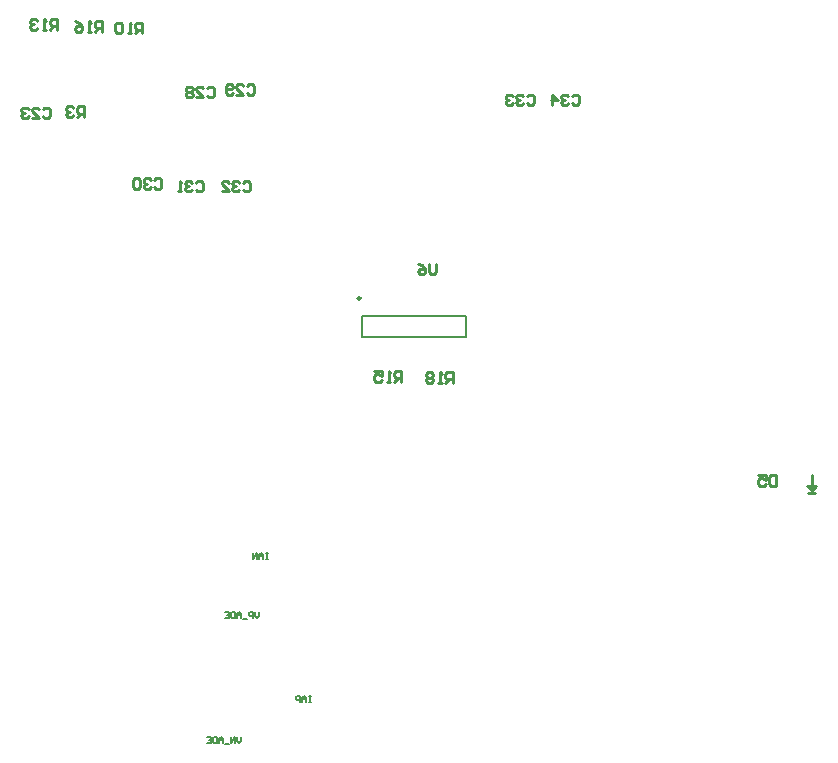
<source format=gbo>
G04 Layer_Color=32896*
%FSLAX44Y44*%
%MOMM*%
G71*
G01*
G75*
%ADD45C,0.2540*%
%ADD64C,0.2500*%
%ADD67C,0.2000*%
%ADD70C,0.1270*%
D45*
X1031002Y854498D02*
X1032502Y855997D01*
X1035500D01*
X1037000Y854498D01*
Y848500D01*
X1035500Y847000D01*
X1032502D01*
X1031002Y848500D01*
X1028003Y854498D02*
X1026503Y855997D01*
X1023504D01*
X1022005Y854498D01*
Y852998D01*
X1023504Y851499D01*
X1025004D01*
X1023504D01*
X1022005Y849999D01*
Y848500D01*
X1023504Y847000D01*
X1026503D01*
X1028003Y848500D01*
X1014507Y847000D02*
Y855997D01*
X1019006Y851499D01*
X1013008D01*
X993002Y854498D02*
X994501Y855997D01*
X997501D01*
X999000Y854498D01*
Y848500D01*
X997501Y847000D01*
X994501D01*
X993002Y848500D01*
X990003Y854498D02*
X988503Y855997D01*
X985504D01*
X984005Y854498D01*
Y852998D01*
X985504Y851499D01*
X987004D01*
X985504D01*
X984005Y849999D01*
Y848500D01*
X985504Y847000D01*
X988503D01*
X990003Y848500D01*
X981006Y854498D02*
X979506Y855997D01*
X976507D01*
X975008Y854498D01*
Y852998D01*
X976507Y851499D01*
X978007D01*
X976507D01*
X975008Y849999D01*
Y848500D01*
X976507Y847000D01*
X979506D01*
X981006Y848500D01*
X752502Y781498D02*
X754002Y782997D01*
X757001D01*
X758500Y781498D01*
Y775500D01*
X757001Y774000D01*
X754002D01*
X752502Y775500D01*
X749503Y781498D02*
X748004Y782997D01*
X745005D01*
X743505Y781498D01*
Y779998D01*
X745005Y778499D01*
X746504D01*
X745005D01*
X743505Y776999D01*
Y775500D01*
X745005Y774000D01*
X748004D01*
X749503Y775500D01*
X734508Y774000D02*
X740506D01*
X734508Y779998D01*
Y781498D01*
X736008Y782997D01*
X739007D01*
X740506Y781498D01*
X712502D02*
X714002Y782997D01*
X717001D01*
X718500Y781498D01*
Y775500D01*
X717001Y774000D01*
X714002D01*
X712502Y775500D01*
X709503Y781498D02*
X708004Y782997D01*
X705005D01*
X703505Y781498D01*
Y779998D01*
X705005Y778499D01*
X706504D01*
X705005D01*
X703505Y776999D01*
Y775500D01*
X705005Y774000D01*
X708004D01*
X709503Y775500D01*
X700506Y774000D02*
X697507D01*
X699007D01*
Y782997D01*
X700506Y781498D01*
X677502Y783498D02*
X679002Y784997D01*
X682001D01*
X683500Y783498D01*
Y777500D01*
X682001Y776000D01*
X679002D01*
X677502Y777500D01*
X674503Y783498D02*
X673004Y784997D01*
X670005D01*
X668505Y783498D01*
Y781998D01*
X670005Y780499D01*
X671504D01*
X670005D01*
X668505Y778999D01*
Y777500D01*
X670005Y776000D01*
X673004D01*
X674503Y777500D01*
X665506Y783498D02*
X664007Y784997D01*
X661008D01*
X659508Y783498D01*
Y777500D01*
X661008Y776000D01*
X664007D01*
X665506Y777500D01*
Y783498D01*
X756002Y863498D02*
X757502Y864997D01*
X760500D01*
X762000Y863498D01*
Y857499D01*
X760500Y856000D01*
X757502D01*
X756002Y857499D01*
X747005Y856000D02*
X753003D01*
X747005Y861998D01*
Y863498D01*
X748504Y864997D01*
X751503D01*
X753003Y863498D01*
X744006Y857499D02*
X742506Y856000D01*
X739507D01*
X738008Y857499D01*
Y863498D01*
X739507Y864997D01*
X742506D01*
X744006Y863498D01*
Y861998D01*
X742506Y860499D01*
X738008D01*
X722009Y861240D02*
X723509Y862740D01*
X726508D01*
X728007Y861240D01*
Y855242D01*
X726508Y853743D01*
X723509D01*
X722009Y855242D01*
X713012Y853743D02*
X719010D01*
X713012Y859741D01*
Y861240D01*
X714512Y862740D01*
X717511D01*
X719010Y861240D01*
X710013D02*
X708514Y862740D01*
X705515D01*
X704015Y861240D01*
Y859741D01*
X705515Y858241D01*
X704015Y856742D01*
Y855242D01*
X705515Y853743D01*
X708514D01*
X710013Y855242D01*
Y856742D01*
X708514Y858241D01*
X710013Y859741D01*
Y861240D01*
X708514Y858241D02*
X705515D01*
X618000Y837000D02*
Y845997D01*
X613502D01*
X612002Y844498D01*
Y841498D01*
X613502Y839999D01*
X618000D01*
X615001D02*
X612002Y837000D01*
X609003Y844498D02*
X607503Y845997D01*
X604504D01*
X603005Y844498D01*
Y842998D01*
X604504Y841498D01*
X606004D01*
X604504D01*
X603005Y839999D01*
Y838500D01*
X604504Y837000D01*
X607503D01*
X609003Y838500D01*
X667000Y908000D02*
Y916997D01*
X662501D01*
X661002Y915498D01*
Y912498D01*
X662501Y910999D01*
X667000D01*
X664001D02*
X661002Y908000D01*
X658003D02*
X655004D01*
X656503D01*
Y916997D01*
X658003Y915498D01*
X650505D02*
X649006Y916997D01*
X646007D01*
X644507Y915498D01*
Y909500D01*
X646007Y908000D01*
X649006D01*
X650505Y909500D01*
Y915498D01*
X595000Y911000D02*
Y919997D01*
X590502D01*
X589002Y918498D01*
Y915499D01*
X590502Y913999D01*
X595000D01*
X592001D02*
X589002Y911000D01*
X586003D02*
X583004D01*
X584503D01*
Y919997D01*
X586003Y918498D01*
X578505D02*
X577006Y919997D01*
X574007D01*
X572507Y918498D01*
Y916998D01*
X574007Y915499D01*
X575506D01*
X574007D01*
X572507Y913999D01*
Y912499D01*
X574007Y911000D01*
X577006D01*
X578505Y912499D01*
X583002Y843498D02*
X584501Y844997D01*
X587500D01*
X589000Y843498D01*
Y837499D01*
X587500Y836000D01*
X584501D01*
X583002Y837499D01*
X574005Y836000D02*
X580003D01*
X574005Y841998D01*
Y843498D01*
X575504Y844997D01*
X578503D01*
X580003Y843498D01*
X571006D02*
X569506Y844997D01*
X566507D01*
X565008Y843498D01*
Y841998D01*
X566507Y840499D01*
X568007D01*
X566507D01*
X565008Y838999D01*
Y837499D01*
X566507Y836000D01*
X569506D01*
X571006Y837499D01*
X632971Y909200D02*
Y918197D01*
X628473D01*
X626973Y916698D01*
Y913699D01*
X628473Y912199D01*
X632971D01*
X629972D02*
X626973Y909200D01*
X623974D02*
X620975D01*
X622474D01*
Y918197D01*
X623974Y916698D01*
X610478Y918197D02*
X613477Y916698D01*
X616476Y913699D01*
Y910700D01*
X614977Y909200D01*
X611978D01*
X610478Y910700D01*
Y912199D01*
X611978Y913699D01*
X616476D01*
X1204000Y533997D02*
Y525000D01*
X1199501D01*
X1198002Y526499D01*
Y532498D01*
X1199501Y533997D01*
X1204000D01*
X1189005D02*
X1195003D01*
Y529498D01*
X1192004Y530998D01*
X1190504D01*
X1189005Y529498D01*
Y526499D01*
X1190504Y525000D01*
X1193503D01*
X1195003Y526499D01*
X886403Y613073D02*
Y622070D01*
X881904D01*
X880405Y620571D01*
Y617572D01*
X881904Y616072D01*
X886403D01*
X883403D02*
X880405Y613073D01*
X877405D02*
X874406D01*
X875906D01*
Y622070D01*
X877405Y620571D01*
X863910Y622070D02*
X869908D01*
Y617572D01*
X866909Y619071D01*
X865409D01*
X863910Y617572D01*
Y614573D01*
X865409Y613073D01*
X868408D01*
X869908Y614573D01*
X930000Y612000D02*
Y620997D01*
X925501D01*
X924002Y619498D01*
Y616498D01*
X925501Y614999D01*
X930000D01*
X927001D02*
X924002Y612000D01*
X921003D02*
X918004D01*
X919503D01*
Y620997D01*
X921003Y619498D01*
X913505D02*
X912006Y620997D01*
X909007D01*
X907507Y619498D01*
Y617998D01*
X909007Y616498D01*
X907507Y614999D01*
Y613499D01*
X909007Y612000D01*
X912006D01*
X913505Y613499D01*
Y614999D01*
X912006Y616498D01*
X913505Y617998D01*
Y619498D01*
X912006Y616498D02*
X909007D01*
X916000Y712997D02*
Y705499D01*
X914501Y704000D01*
X911501D01*
X910002Y705499D01*
Y712997D01*
X901005D02*
X904004Y711498D01*
X907003Y708499D01*
Y705499D01*
X905503Y704000D01*
X902504D01*
X901005Y705499D01*
Y706999D01*
X902504Y708499D01*
X907003D01*
D64*
X852150Y683500D02*
G03*
X852150Y683500I-1250J0D01*
G01*
X1230000Y525000D02*
X1234000Y521000D01*
X1231000Y519000D02*
X1237000D01*
X1234000D02*
X1237000D01*
X1234000Y521000D02*
X1238000Y525000D01*
X1234000Y521000D02*
Y521000D01*
Y521000D02*
Y534000D01*
X1230000Y525000D02*
X1238000D01*
D67*
X853500Y668500D02*
X941500D01*
X853500Y650500D02*
X941500D01*
X853500D02*
Y668500D01*
X941500Y650500D02*
Y668500D01*
D70*
X766000Y418078D02*
Y414693D01*
X764307Y413000D01*
X762614Y414693D01*
Y418078D01*
X760922Y413000D02*
Y418078D01*
X758382D01*
X757536Y417232D01*
Y415539D01*
X758382Y414693D01*
X760922D01*
X755843Y412154D02*
X752458D01*
X750765Y413000D02*
Y416386D01*
X749072Y418078D01*
X747379Y416386D01*
Y413000D01*
Y415539D01*
X750765D01*
X745687Y418078D02*
Y413000D01*
X743147D01*
X742301Y413846D01*
Y417232D01*
X743147Y418078D01*
X745687D01*
X737223D02*
X740608D01*
Y413000D01*
X737223D01*
X740608Y415539D02*
X738915D01*
X751000Y312078D02*
Y308693D01*
X749307Y307000D01*
X747614Y308693D01*
Y312078D01*
X745922Y307000D02*
Y312078D01*
X742536Y307000D01*
Y312078D01*
X740843Y306154D02*
X737458D01*
X735765Y307000D02*
Y310386D01*
X734072Y312078D01*
X732379Y310386D01*
Y307000D01*
Y309539D01*
X735765D01*
X730687Y312078D02*
Y307000D01*
X728147D01*
X727301Y307846D01*
Y311232D01*
X728147Y312078D01*
X730687D01*
X722223D02*
X725608D01*
Y307000D01*
X722223D01*
X725608Y309539D02*
X723915D01*
X810000Y347078D02*
X808307D01*
X809154D01*
Y342000D01*
X810000D01*
X808307D01*
X805768D02*
Y345386D01*
X804075Y347078D01*
X802383Y345386D01*
Y342000D01*
Y344539D01*
X805768D01*
X800690Y342000D02*
Y347078D01*
X798150D01*
X797304Y346232D01*
Y344539D01*
X798150Y343693D01*
X800690D01*
X773465Y468277D02*
X771773D01*
X772619D01*
Y463198D01*
X773465D01*
X771773D01*
X769233D02*
Y466584D01*
X767541Y468277D01*
X765848Y466584D01*
Y463198D01*
Y465737D01*
X769233D01*
X764155Y463198D02*
Y468277D01*
X760769Y463198D01*
Y468277D01*
M02*

</source>
